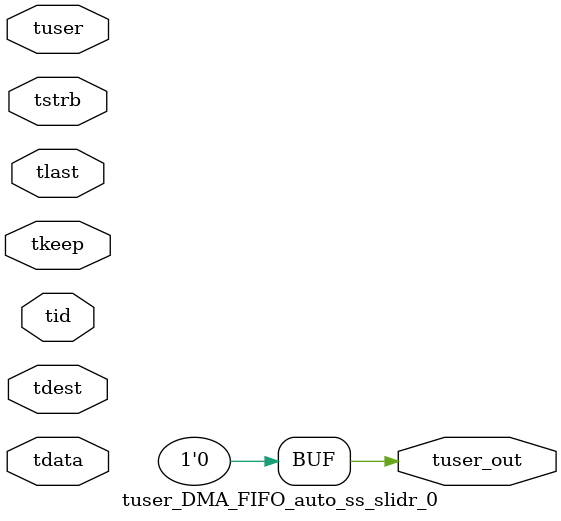
<source format=v>


`timescale 1ps/1ps

module tuser_DMA_FIFO_auto_ss_slidr_0 #
(
parameter C_S_AXIS_TUSER_WIDTH = 1,
parameter C_S_AXIS_TDATA_WIDTH = 32,
parameter C_S_AXIS_TID_WIDTH   = 0,
parameter C_S_AXIS_TDEST_WIDTH = 0,
parameter C_M_AXIS_TUSER_WIDTH = 1
)
(
input  [(C_S_AXIS_TUSER_WIDTH == 0 ? 1 : C_S_AXIS_TUSER_WIDTH)-1:0     ] tuser,
input  [(C_S_AXIS_TDATA_WIDTH == 0 ? 1 : C_S_AXIS_TDATA_WIDTH)-1:0     ] tdata,
input  [(C_S_AXIS_TID_WIDTH   == 0 ? 1 : C_S_AXIS_TID_WIDTH)-1:0       ] tid,
input  [(C_S_AXIS_TDEST_WIDTH == 0 ? 1 : C_S_AXIS_TDEST_WIDTH)-1:0     ] tdest,
input  [(C_S_AXIS_TDATA_WIDTH/8)-1:0 ] tkeep,
input  [(C_S_AXIS_TDATA_WIDTH/8)-1:0 ] tstrb,
input                                                                    tlast,
output [C_M_AXIS_TUSER_WIDTH-1:0] tuser_out
);

assign tuser_out = {1'b0};

endmodule


</source>
